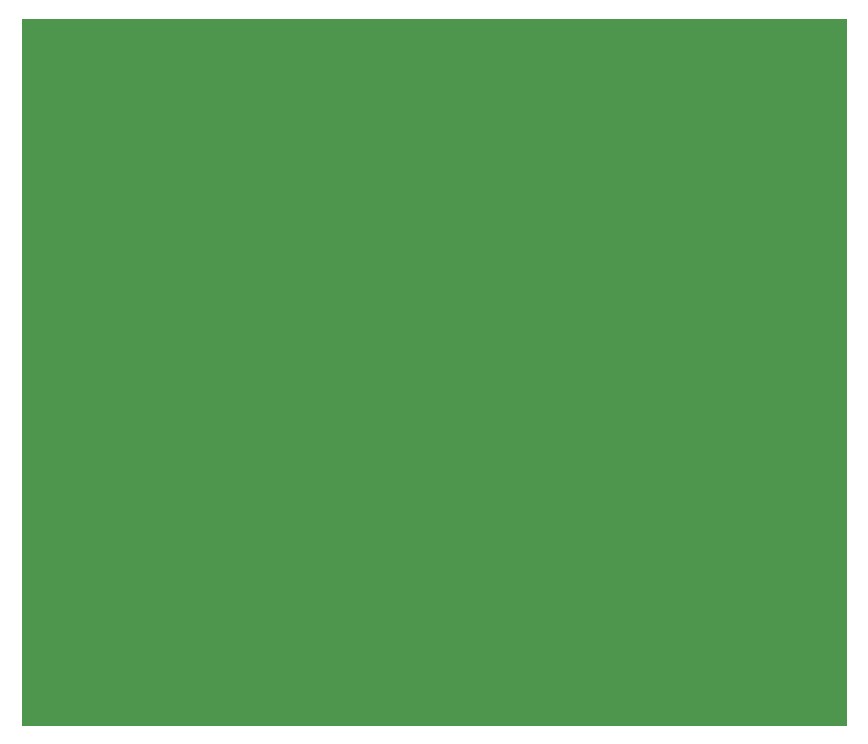
<source format=gbl>
G04 (created by PCBNEW (2013-jul-07)-stable) date dom 09 oct 2016 17:34:17 ART*
%MOIN*%
G04 Gerber Fmt 3.4, Leading zero omitted, Abs format*
%FSLAX34Y34*%
G01*
G70*
G90*
G04 APERTURE LIST*
%ADD10C,0.00590551*%
%ADD11C,0.001*%
G04 APERTURE END LIST*
G54D10*
G36*
X55083Y-70831D02*
X27593Y-70831D01*
X27593Y-47278D01*
X55083Y-47278D01*
X55083Y-70831D01*
X55083Y-70831D01*
G37*
G54D11*
X55083Y-70831D02*
X27593Y-70831D01*
X27593Y-47278D01*
X55083Y-47278D01*
X55083Y-70831D01*
M02*

</source>
